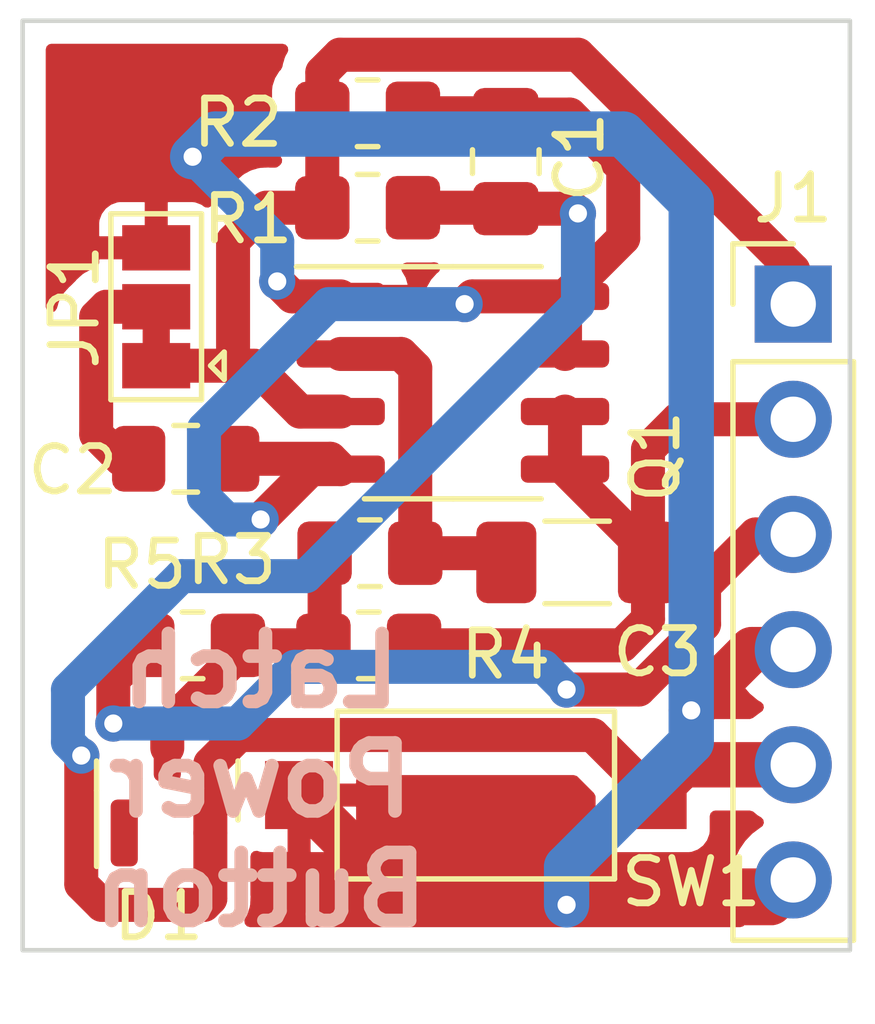
<source format=kicad_pcb>
(kicad_pcb (version 20211014) (generator pcbnew)
  (layers (0 "F.Cu" signal) (31 "B.Cu" signal) (34 "B.Paste" user) (35 "F.Paste" user) (36 "B.SilkS" user "B.Silkscreen") (37 "F.SilkS" user "F.Silkscreen") (38 "B.Mask" user) (39 "F.Mask" user) (44 "Edge.Cuts" user))
  (net 0 "")
  (net 1 "/Button")
  (net 2 "Net-(C1-Pad2)")
  (net 3 "Net-(C3-Pad1)")
  (net 4 "Out")
  (net 5 "GND")
  (net 6 "Vin")
  (net 7 "/Input")
  (net 9 "Net-(C2-Pad1)")
  (net 10 "Net-(D1-Pad3)")
  (footprint "Button_Switch_SMD:SW_SPST_CK_RS282G05A3" (layer "F.Cu") (at 174.498 116.078)
    (fp_text reference "SW1" (at 4.752 1.922 180) (layer "F.SilkS"))
    (fp_text value "SW_SPST")
    (fp_line (start 3.06 1.85) (end -3.06 1.85) (layer "F.SilkS") (width 0.12))
    (fp_line (start -3.06 1.85) (end -3.06 -1.85) (layer "F.SilkS") (width 0.12))
    (fp_line (start 3.06 -1.85) (end 3.06 1.85) (layer "F.SilkS") (width 0.12))
    (fp_line (start -3.06 -1.85) (end 3.06 -1.85) (layer "F.SilkS") (width 0.12))
    (pad "1" smd rect locked (at -3.9 0) (size 1.5 1.5) (layers "F.Cu" "F.Paste" "F.Mask") (net 5 "GND"))
    (pad "2" smd rect locked (at 3.9 0) (size 1.5 1.5) (layers "F.Cu" "F.Paste" "F.Mask") (net 1 "/Button"))
  )
  (footprint "Capacitor_SMD:C_0805_2012Metric_Pad1.18x1.45mm_HandSolder" (layer "F.Cu") (at 175.1584 102.108 90)
    (fp_text reference "C1" (at 0.1016 1.6256 90) (layer "F.SilkS"))
    (fp_text value "0.1uF")
    (fp_line (start -0.261252 -0.735) (end 0.261252 -0.735) (layer "F.SilkS") (width 0.12))
    (fp_line (start -0.261252 0.735) (end 0.261252 0.735) (layer "F.SilkS") (width 0.12))
    (pad "1" smd roundrect locked (at -1.0375 0 90) (size 1.175 1.45) (layers "F.Cu" "F.Paste" "F.Mask") (roundrect_rratio 0.212766) (net 1 "/Button"))
    (pad "2" smd roundrect locked (at 1.0375 0 90) (size 1.175 1.45) (layers "F.Cu" "F.Paste" "F.Mask") (roundrect_rratio 0.212766) (net 2 "Net-(C1-Pad2)"))
  )
  (footprint "Resistor_SMD:R_0805_2012Metric_Pad1.20x1.40mm_HandSolder" (layer "F.Cu") (at 172.1358 112.776)
    (fp_text reference "R4" (at 3.0226 0.2032) (layer "F.SilkS"))
    (fp_text value "100k")
    (fp_line (start -0.227064 0.735) (end 0.227064 0.735) (layer "F.SilkS") (width 0.12))
    (fp_line (start -0.227064 -0.735) (end 0.227064 -0.735) (layer "F.SilkS") (width 0.12))
    (pad "1" smd roundrect locked (at -1 0) (size 1.2 1.4) (layers "F.Cu" "F.Paste" "F.Mask") (roundrect_rratio 0.208333) (net 10 "Net-(D1-Pad3)"))
    (pad "2" smd roundrect locked (at 1 0) (size 1.2 1.4) (layers "F.Cu" "F.Paste" "F.Mask") (roundrect_rratio 0.208333) (net 4 "Out"))
  )
  (footprint "Resistor_SMD:R_0805_2012Metric_Pad1.20x1.40mm_HandSolder" (layer "F.Cu") (at 168.2496 112.776)
    (fp_text reference "R5" (at -1.1176 -1.778) (layer "F.SilkS"))
    (fp_text value "1k")
    (fp_line (start -0.227064 0.735) (end 0.227064 0.735) (layer "F.SilkS") (width 0.12))
    (fp_line (start -0.227064 -0.735) (end 0.227064 -0.735) (layer "F.SilkS") (width 0.12))
    (pad "1" smd roundrect locked (at -1 0) (size 1.2 1.4) (layers "F.Cu" "F.Paste" "F.Mask") (roundrect_rratio 0.208333) (net 7 "/Input"))
    (pad "2" smd roundrect locked (at 1 0) (size 1.2 1.4) (layers "F.Cu" "F.Paste" "F.Mask") (roundrect_rratio 0.208333) (net 10 "Net-(D1-Pad3)"))
  )
  (footprint "Resistor_SMD:R_0805_2012Metric_Pad1.20x1.40mm_HandSolder" (layer "F.Cu") (at 172.1104 103.124 180)
    (fp_text reference "R1" (at 2.6416 -0.254) (layer "F.SilkS"))
    (fp_text value "10k")
    (fp_line (start -0.227064 0.735) (end 0.227064 0.735) (layer "F.SilkS") (width 0.12))
    (fp_line (start -0.227064 -0.735) (end 0.227064 -0.735) (layer "F.SilkS") (width 0.12))
    (pad "1" smd roundrect locked (at -1 0 180) (size 1.2 1.4) (layers "F.Cu" "F.Paste" "F.Mask") (roundrect_rratio 0.208333) (net 1 "/Button"))
    (pad "2" smd roundrect locked (at 1 0 180) (size 1.2 1.4) (layers "F.Cu" "F.Paste" "F.Mask") (roundrect_rratio 0.208333) (net 6 "Vin"))
  )
  (footprint "Package_SO:SOIC-8_3.9x4.9mm_P1.27mm" (layer "F.Cu") (at 173.99 106.9848)
    (fp_text reference "Q1" (at 4.4704 1.6256 90) (layer "F.SilkS"))
    (fp_text value "AO4614B")
    (fp_line (start 0 -2.56) (end 1.95 -2.56) (layer "F.SilkS") (width 0.12))
    (fp_line (start 0 -2.56) (end -3.45 -2.56) (layer "F.SilkS") (width 0.12))
    (fp_line (start 0 2.56) (end 1.95 2.56) (layer "F.SilkS") (width 0.12))
    (fp_line (start 0 2.56) (end -1.95 2.56) (layer "F.SilkS") (width 0.12))
    (pad "1" smd roundrect locked (at -2.475 -1.905) (size 1.95 0.6) (layers "F.Cu" "F.Paste" "F.Mask") (net 5 "GND"))
    (pad "2" smd roundrect locked (at -2.475 -0.635) (size 1.95 0.6) (layers "F.Cu" "F.Paste" "F.Mask") (net 3 "Net-(C3-Pad1)"))
    (pad "3" smd roundrect locked (at -2.475 0.635) (size 1.95 0.6) (layers "F.Cu" "F.Paste" "F.Mask") (net 6 "Vin"))
    (pad "4" smd roundrect locked (at -2.475 1.905) (size 1.95 0.6) (layers "F.Cu" "F.Paste" "F.Mask") (net 2 "Net-(C1-Pad2)"))
    (pad "5" smd roundrect locked (at 2.475 1.905) (size 1.95 0.6) (layers "F.Cu" "F.Paste" "F.Mask") (net 4 "Out"))
    (pad "6" smd roundrect locked (at 2.475 0.635) (size 1.95 0.6) (layers "F.Cu" "F.Paste" "F.Mask") (net 4 "Out"))
    (pad "7" smd roundrect locked (at 2.475 -0.635) (size 1.95 0.6) (layers "F.Cu" "F.Paste" "F.Mask") (net 2 "Net-(C1-Pad2)"))
    (pad "8" smd roundrect locked (at 2.475 -1.905) (size 1.95 0.6) (layers "F.Cu" "F.Paste" "F.Mask") (net 2 "Net-(C1-Pad2)"))
  )
  (footprint "Capacitor_SMD:C_0805_2012Metric_Pad1.18x1.45mm_HandSolder" (layer "F.Cu") (at 168.0972 108.6612)
    (fp_text reference "C2" (at -2.4892 0.254) (layer "F.SilkS"))
    (fp_text value "0.1uF")
    (fp_line (start -0.261252 -0.735) (end 0.261252 -0.735) (layer "F.SilkS") (width 0.12))
    (fp_line (start -0.261252 0.735) (end 0.261252 0.735) (layer "F.SilkS") (width 0.12))
    (pad "1" smd roundrect locked (at -1.0375 0) (size 1.175 1.45) (layers "F.Cu" "F.Paste" "F.Mask") (roundrect_rratio 0.212766) (net 9 "Net-(C2-Pad1)"))
    (pad "2" smd roundrect locked (at 1.0375 0) (size 1.175 1.45) (layers "F.Cu" "F.Paste" "F.Mask") (roundrect_rratio 0.212766) (net 2 "Net-(C1-Pad2)"))
  )
  (footprint "Resistor_SMD:R_0805_2012Metric_Pad1.20x1.40mm_HandSolder" (layer "F.Cu") (at 172.1104 101.0412 180)
    (fp_text reference "R2" (at 2.8604 -0.2088) (layer "F.SilkS"))
    (fp_text value "100k")
    (fp_line (start -0.227064 0.735) (end 0.227064 0.735) (layer "F.SilkS") (width 0.12))
    (fp_line (start -0.227064 -0.735) (end 0.227064 -0.735) (layer "F.SilkS") (width 0.12))
    (pad "1" smd roundrect locked (at -1 0 180) (size 1.2 1.4) (layers "F.Cu" "F.Paste" "F.Mask") (roundrect_rratio 0.208333) (net 2 "Net-(C1-Pad2)"))
    (pad "2" smd roundrect locked (at 1 0 180) (size 1.2 1.4) (layers "F.Cu" "F.Paste" "F.Mask") (roundrect_rratio 0.208333) (net 6 "Vin"))
  )
  (footprint "Resistor_SMD:R_0805_2012Metric_Pad1.20x1.40mm_HandSolder" (layer "F.Cu") (at 172.1612 110.744)
    (fp_text reference "R3" (at -3.048 0.1524) (layer "F.SilkS"))
    (fp_text value "300k")
    (fp_line (start -0.227064 -0.735) (end 0.227064 -0.735) (layer "F.SilkS") (width 0.12))
    (fp_line (start -0.227064 0.735) (end 0.227064 0.735) (layer "F.SilkS") (width 0.12))
    (pad "1" smd roundrect locked (at -1 0) (size 1.2 1.4) (layers "F.Cu" "F.Paste" "F.Mask") (roundrect_rratio 0.208333) (net 10 "Net-(D1-Pad3)"))
    (pad "2" smd roundrect locked (at 1 0) (size 1.2 1.4) (layers "F.Cu" "F.Paste" "F.Mask") (roundrect_rratio 0.208333) (net 3 "Net-(C3-Pad1)"))
  )
  (footprint "Capacitor_SMD:C_1206_3216Metric_Pad1.33x1.80mm_HandSolder" (layer "F.Cu") (at 176.7332 110.9472)
    (fp_text reference "C3" (at 1.778 1.9812) (layer "F.SilkS"))
    (fp_text value "10uF")
    (fp_line (start -0.711252 0.91) (end 0.711252 0.91) (layer "F.SilkS") (width 0.12))
    (fp_line (start -0.711252 -0.91) (end 0.711252 -0.91) (layer "F.SilkS") (width 0.12))
    (pad "1" smd roundrect locked (at -1.5625 0) (size 1.325 1.8) (layers "F.Cu" "F.Paste" "F.Mask") (roundrect_rratio 0.188679) (net 3 "Net-(C3-Pad1)"))
    (pad "2" smd roundrect locked (at 1.5625 0) (size 1.325 1.8) (layers "F.Cu" "F.Paste" "F.Mask") (roundrect_rratio 0.188679) (net 4 "Out"))
  )
  (footprint "Package_TO_SOT_SMD:SOT-23" (layer "F.Cu") (at 167.6908 115.9764 90)
    (fp_text reference "D1" (at -2.7736 -0.1908 180) (layer "F.SilkS"))
    (fp_text value "BAV99")
    (fp_line (start 0 1.56) (end -0.65 1.56) (layer "F.SilkS") (width 0.12))
    (fp_line (start 0 1.56) (end 0.65 1.56) (layer "F.SilkS") (width 0.12))
    (fp_line (start 0 -1.56) (end 0.65 -1.56) (layer "F.SilkS") (width 0.12))
    (fp_line (start 0 -1.56) (end -1.675 -1.56) (layer "F.SilkS") (width 0.12))
    (pad "1" smd roundrect locked (at -0.9375 -0.95 90) (size 1.475 0.6) (layers "F.Cu" "F.Paste" "F.Mask"))
    (pad "2" smd roundrect locked (at -0.9375 0.95 90) (size 1.475 0.6) (layers "F.Cu" "F.Paste" "F.Mask") (net 1 "/Button"))
    (pad "3" smd roundrect locked (at 0.9375 0 90) (size 1.475 0.6) (layers "F.Cu" "F.Paste" "F.Mask") (net 10 "Net-(D1-Pad3)"))
  )
  (footprint "Connector_PinHeader_2.54mm:PinHeader_1x06_P2.54mm_Vertical" (layer "F.Cu") (at 181.5 105.25)
    (fp_text reference "J1" (at 0 -2.33) (layer "F.SilkS"))
    (fp_text value "Pin")
    (fp_line (start 1.33 1.27) (end 1.33 14.03) (layer "F.SilkS") (width 0.12))
    (fp_line (start -1.33 1.27) (end -1.33 14.03) (layer "F.SilkS") (width 0.12))
    (fp_line (start -1.33 0) (end -1.33 -1.33) (layer "F.SilkS") (width 0.12))
    (fp_line (start -1.33 14.03) (end 1.33 14.03) (layer "F.SilkS") (width 0.12))
    (fp_line (start -1.33 1.27) (end 1.33 1.27) (layer "F.SilkS") (width 0.12))
    (fp_line (start -1.33 -1.33) (end 0 -1.33) (layer "F.SilkS") (width 0.12))
    (pad "1" thru_hole rect locked (at 0 0) (size 1.7 1.7) (drill 1) (layers *.Cu *.Mask) (net 6 "Vin"))
    (pad "2" thru_hole oval locked (at 0 2.54) (size 1.7 1.7) (drill 1) (layers *.Cu *.Mask) (net 4 "Out"))
    (pad "3" thru_hole oval locked (at 0 5.08) (size 1.7 1.7) (drill 1) (layers *.Cu *.Mask) (net 7 "/Input"))
    (pad "4" thru_hole oval locked (at 0 7.62) (size 1.7 1.7) (drill 1) (layers *.Cu *.Mask) (net 5 "GND"))
    (pad "5" thru_hole oval locked (at 0 10.16) (size 1.7 1.7) (drill 1) (layers *.Cu *.Mask) (net 1 "/Button"))
    (pad "6" thru_hole oval locked (at 0 12.7) (size 1.7 1.7) (drill 1) (layers *.Cu *.Mask) (net 5 "GND"))
  )
  (footprint "Jumper:SolderJumper-3_P1.3mm_Bridged12_Pad1.0x1.5mm" (layer "F.Cu") (at 167.4467 105.3084 90)
    (fp_text reference "JP1" (at 0 -1.8 90) (layer "F.SilkS"))
    (fp_text value "SelectorAuto")
    (fp_poly (pts (xy -0.9 -0.3) (xy -0.4 -0.3) (xy -0.4 0.3) (xy -0.9 0.3)) (layer "F.Cu") (width 0) (fill solid))
    (fp_line (start -2.05 1) (end -2.05 -1) (layer "F.SilkS") (width 0.12))
    (fp_line (start -1.3 1.2) (end -1.6 1.5) (layer "F.SilkS") (width 0.12))
    (fp_line (start -1.6 1.5) (end -1 1.5) (layer "F.SilkS") (width 0.12))
    (fp_line (start 2.05 1) (end -2.05 1) (layer "F.SilkS") (width 0.12))
    (fp_line (start 2.05 -1) (end 2.05 1) (layer "F.SilkS") (width 0.12))
    (fp_line (start -2.05 -1) (end 2.05 -1) (layer "F.SilkS") (width 0.12))
    (fp_line (start -1.3 1.2) (end -1 1.5) (layer "F.SilkS") (width 0.12))
    (pad "1" smd rect locked (at -1.3 0 90) (size 1 1.5) (layers "F.Cu" "F.Mask") (net 6 "Vin"))
    (pad "2" smd rect locked (at 0 0 90) (size 1 1.5) (layers "F.Cu" "F.Mask") (net 9 "Net-(C2-Pad1)"))
    (pad "3" smd rect locked (at 1.3 0 90) (size 1 1.5) (layers "F.Cu" "F.Mask") (net 5 "GND"))
  )
  (gr_rect (start 164.5 99) (end 182.75 119.5) (layer "Edge.Cuts") (width 0.1) (fill none))
  (gr_text "Latch\nPower\nButton\n" (at 169.75 115.75) (layer "B.SilkS") (effects (font (size 1.5 1.5) (thickness 0.3)) (justify mirror)))
  (segment (start 165.793245 115.206755) (end 165.793245 118.043245) (width 0.75) (layer "F.Cu") (net 1))
  (segment (start 168.6408 118.3592) (end 168.6408 116.9139) (width 0.75) (layer "F.Cu") (net 1))
  (segment (start 166.25 118.5) (end 168.5 118.5) (width 0.75) (layer "F.Cu") (net 1))
  (segment (start 173.1104 103.124) (end 175.1369 103.124) (width 0.75) (layer "F.Cu") (net 1))
  (segment (start 179.066 115.41) (end 178.398 116.078) (width 1) (layer "F.Cu") (net 1))
  (segment (start 165.793245 118.043245) (end 166.25 118.5) (width 0.75) (layer "F.Cu") (net 1))
  (segment (start 175.1369 103.124) (end 175.1584 103.1455) (width 0.75) (layer "F.Cu") (net 1))
  (segment (start 168.5 118.5) (end 168.6408 118.3592) (width 0.75) (layer "F.Cu") (net 1))
  (segment (start 168.6408 116.9139) (end 168.6408 115.386178) (width 0.75) (layer "F.Cu") (net 1))
  (segment (start 176.6455 103.1455) (end 176.75 103.25) (width 0.75) (layer "F.Cu") (net 1))
  (segment (start 181.5 115.41) (end 179.066 115.41) (width 1) (layer "F.Cu") (net 1))
  (segment (start 177.073489 114.753489) (end 178.398 116.078) (width 0.75) (layer "F.Cu") (net 1))
  (segment (start 168.6408 115.386178) (end 169.273489 114.753489) (width 0.75) (layer "F.Cu") (net 1))
  (segment (start 169.273489 114.753489) (end 177.073489 114.753489) (width 0.75) (layer "F.Cu") (net 1))
  (segment (start 175.1584 103.1455) (end 176.6455 103.1455) (width 0.75) (layer "F.Cu") (net 1))
  (via (at 165.793245 115.206755) (size 0.8) (drill 0.4) (layers "F.Cu" "B.Cu") (net 1))
  (via (at 176.75 103.25) (size 0.8) (drill 0.4) (layers "F.Cu" "B.Cu") (net 1))
  (segment (start 170.75 111.25) (end 176.75 105.25) (width 0.75) (layer "B.Cu") (net 1))
  (segment (start 165.793245 115.206755) (end 165.5 114.91351) (width 0.75) (layer "B.Cu") (net 1))
  (segment (start 176.75 105.25) (end 176.75 103.25) (width 0.75) (layer "B.Cu") (net 1))
  (segment (start 165.5 114.91351) (end 165.5 113.75) (width 0.75) (layer "B.Cu") (net 1))
  (segment (start 168 111.25) (end 170.75 111.25) (width 0.75) (layer "B.Cu") (net 1))
  (segment (start 165.5 113.75) (end 168 111.25) (width 0.75) (layer "B.Cu") (net 1))
  (segment (start 169.75 110) (end 170.8602 108.8898) (width 0.75) (layer "F.Cu") (net 2))
  (segment (start 177.75 103.7948) (end 176.465 105.0798) (width 0.75) (layer "F.Cu") (net 2))
  (segment (start 176.465 105.0798) (end 176.465 106.3498) (width 0.75) (layer "F.Cu") (net 2))
  (segment (start 175.1584 101.0705) (end 176.5705 101.0705) (width 0.75) (layer "F.Cu") (net 2))
  (segment (start 174.4202 105.0798) (end 174.25 105.25) (width 0.75) (layer "F.Cu") (net 2))
  (segment (start 173.1104 101.0412) (end 175.1291 101.0412) (width 0.75) (layer "F.Cu") (net 2))
  (segment (start 177.75 102.25) (end 177.75 103.7948) (width 0.75) (layer "F.Cu") (net 2))
  (segment (start 170.8602 108.8898) (end 171.515 108.8898) (width 0.75) (layer "F.Cu") (net 2))
  (segment (start 171.2864 108.6612) (end 171.515 108.8898) (width 0.75) (layer "F.Cu") (net 2))
  (segment (start 176.465 105.0798) (end 174.4202 105.0798) (width 0.75) (layer "F.Cu") (net 2))
  (segment (start 175.1291 101.0412) (end 175.1584 101.0705) (width 0.75) (layer "F.Cu") (net 2))
  (segment (start 176.5705 101.0705) (end 177.75 102.25) (width 0.75) (layer "F.Cu") (net 2))
  (segment (start 169.1347 108.6612) (end 171.2864 108.6612) (width 0.75) (layer "F.Cu") (net 2))
  (via (at 169.75 110) (size 0.8) (drill 0.4) (layers "F.Cu" "B.Cu") (net 2))
  (via (at 174.25 105.25) (size 0.8) (drill 0.4) (layers "F.Cu" "B.Cu") (net 2))
  (segment (start 169.25 107.25) (end 168.5 108) (width 0.75) (layer "B.Cu") (net 2))
  (segment (start 174.25 105.25) (end 171.25 105.25) (width 0.75) (layer "B.Cu") (net 2))
  (segment (start 168.5 109.5) (end 169 110) (width 0.75) (layer "B.Cu") (net 2))
  (segment (start 169 110) (end 169.75 110) (width 0.75) (layer "B.Cu") (net 2))
  (segment (start 168.5 108) (end 168.5 109.5) (width 0.75) (layer "B.Cu") (net 2))
  (segment (start 171.25 105.25) (end 169.25 107.25) (width 0.75) (layer "B.Cu") (net 2))
  (segment (start 173.1612 110.744) (end 174.9675 110.744) (width 0.75) (layer "F.Cu") (net 3))
  (segment (start 171.515 106.3498) (end 172.8498 106.3498) (width 0.75) (layer "F.Cu") (net 3))
  (segment (start 174.9675 110.744) (end 175.1707 110.9472) (width 0.75) (layer "F.Cu") (net 3))
  (segment (start 173.1612 106.6612) (end 173.1612 110.744) (width 0.75) (layer "F.Cu") (net 3))
  (segment (start 172.8498 106.3498) (end 173.1612 106.6612) (width 0.75) (layer "F.Cu") (net 3))
  (segment (start 178.96 107.79) (end 181.5 107.79) (width 0.75) (layer "F.Cu") (net 4))
  (segment (start 178.2957 110.9472) (end 178.2957 110.7205) (width 0.75) (layer "F.Cu") (net 4))
  (segment (start 178.2957 110.7205) (end 176.465 108.8898) (width 0.75) (layer "F.Cu") (net 4))
  (segment (start 173.1358 112.776) (end 177.724 112.776) (width 0.75) (layer "F.Cu") (net 4))
  (segment (start 178.2957 110.9472) (end 178.2957 108.4543) (width 0.75) (layer "F.Cu") (net 4))
  (segment (start 176.465 107.6198) (end 176.465 108.8898) (width 0.75) (layer "F.Cu") (net 4))
  (segment (start 178.2957 108.4543) (end 178.96 107.79) (width 0.75) (layer "F.Cu") (net 4))
  (segment (start 178.2957 112.2043) (end 178.2957 110.9472) (width 0.75) (layer "F.Cu") (net 4))
  (segment (start 177.724 112.776) (end 178.2957 112.2043) (width 0.75) (layer "F.Cu") (net 4))
  (segment (start 170.4459 105.0798) (end 170.1161 104.75) (width 0.75) (layer "F.Cu") (net 5))
  (segment (start 181 118.45) (end 172.97 118.45) (width 1) (layer "F.Cu") (net 5))
  (segment (start 171.515 105.0798) (end 170.4459 105.0798) (width 0.75) (layer "F.Cu") (net 5))
  (segment (start 181.5 117.95) (end 181 118.45) (width 1) (layer "F.Cu") (net 5))
  (segment (start 172.97 118.45) (end 170.598 116.078) (width 1) (layer "F.Cu") (net 5))
  (segment (start 180.59048 112.87) (end 179.25 114.21048) (width 1) (layer "F.Cu") (net 5))
  (segment (start 181.5 112.87) (end 180.59048 112.87) (width 1) (layer "F.Cu") (net 5))
  (via (at 170.1161 104.75) (size 0.8) (drill 0.4) (layers "F.Cu" "B.Cu") (net 5))
  (via (at 168.25 102) (size 0.8) (drill 0.4) (layers "F.Cu" "B.Cu") (net 5))
  (via (at 179.25 114.21048) (size 0.8) (drill 0.4) (layers "F.Cu" "B.Cu") (net 5))
  (via (at 176.5 118.5) (size 0.8) (drill 0.4) (layers "F.Cu" "B.Cu") (net 5))
  (segment (start 168.75 101.5) (end 168.25 102) (width 1) (layer "B.Cu") (net 5))
  (segment (start 179.25 114.913512) (end 179.25 103) (width 1) (layer "B.Cu") (net 5))
  (segment (start 170.1161 103.8661) (end 168.25 102) (width 0.75) (layer "B.Cu") (net 5))
  (segment (start 179.25 103) (end 177.75 101.5) (width 1) (layer "B.Cu") (net 5))
  (segment (start 176.5 117.663512) (end 179.25 114.913512) (width 1) (layer "B.Cu") (net 5))
  (segment (start 176.5 118.5) (end 176.5 117.663512) (width 1) (layer "B.Cu") (net 5))
  (segment (start 170.1161 104.75) (end 170.1161 103.8661) (width 0.75) (layer "B.Cu") (net 5))
  (segment (start 177.75 101.5) (end 168.75 101.5) (width 1) (layer "B.Cu") (net 5))
  (segment (start 176.75 99.75) (end 171.5 99.75) (width 0.75) (layer "F.Cu") (net 6))
  (segment (start 171.1104 100.1396) (end 171.1104 101.0412) (width 0.75) (layer "F.Cu") (net 6))
  (segment (start 181.5 105.25) (end 181.5 104.5) (width 0.75) (layer "F.Cu") (net 6))
  (segment (start 181.5 104.5) (end 176.75 99.75) (width 0.75) (layer "F.Cu") (net 6))
  (segment (start 171.1104 101.0412) (end 171.1104 103.124) (width 0.75) (layer "F.Cu") (net 6))
  (segment (start 170.6198 107.6198) (end 171.515 107.6198) (width 0.75) (layer "F.Cu") (net 6))
  (segment (start 169.1416 103.8584) (end 169.1416 106.6084) (width 0.75) (layer "F.Cu") (net 6))
  (segment (start 169.876 103.124) (end 169.1416 103.8584) (width 0.75) (layer "F.Cu") (net 6))
  (segment (start 169.1416 106.6084) (end 169.6084 106.6084) (width 0.75) (layer "F.Cu") (net 6))
  (segment (start 169.6084 106.6084) (end 170.6198 107.6198) (width 0.75) (layer "F.Cu") (net 6))
  (segment (start 167.4467 106.6084) (end 169.1416 106.6084) (width 0.75) (layer "F.Cu") (net 6))
  (segment (start 171.5 99.75) (end 171.1104 100.1396) (width 0.75) (layer "F.Cu") (net 6))
  (segment (start 171.1104 103.124) (end 169.876 103.124) (width 0.75) (layer "F.Cu") (net 6))
  (segment (start 180.67 110.33) (end 181.5 110.33) (width 0.75) (layer "F.Cu") (net 7))
  (segment (start 176.5 113.7505) (end 178.092324 113.7505) (width 0.75) (layer "F.Cu") (net 7))
  (segment (start 179.53272 112.310104) (end 179.53272 111.46728) (width 0.75) (layer "F.Cu") (net 7))
  (segment (start 179.53272 111.46728) (end 180.67 110.33) (width 0.75) (layer "F.Cu") (net 7))
  (segment (start 178.092324 113.7505) (end 179.53272 112.310104) (width 0.75) (layer "F.Cu") (net 7))
  (segment (start 166.5 113.5256) (end 167.2496 112.776) (width 0.75) (layer "F.Cu") (net 7))
  (segment (start 166.5 114.5) (end 166.5 113.5256) (width 0.75) (layer "F.Cu") (net 7))
  (via (at 166.5 114.5) (size 0.8) (drill 0.4) (layers "F.Cu" "B.Cu") (net 7))
  (via (at 176.5 113.7505) (size 0.8) (drill 0.4) (layers "F.Cu" "B.Cu") (net 7))
  (segment (start 170.5 113.25) (end 169.25 114.5) (width 0.75) (layer "B.Cu") (net 7))
  (segment (start 175.9995 113.25) (end 170.5 113.25) (width 0.75) (layer "B.Cu") (net 7))
  (segment (start 176.5 113.7505) (end 175.9995 113.25) (width 0.75) (layer "B.Cu") (net 7))
  (segment (start 169.25 114.5) (end 166.5 114.5) (width 0.75) (layer "B.Cu") (net 7))
  (segment (start 166.122189 108.122189) (end 166.6612 108.6612) (width 0.75) (layer "F.Cu") (net 9))
  (segment (start 167.4467 105.3084) (end 166.347678 105.3084) (width 0.75) (layer "F.Cu") (net 9))
  (segment (start 166.347678 105.3084) (end 166.122189 105.533889) (width 0.75) (layer "F.Cu") (net 9))
  (segment (start 166.6612 108.6612) (end 167.0597 108.6612) (width 0.75) (layer "F.Cu") (net 9))
  (segment (start 166.122189 105.533889) (end 166.122189 108.122189) (width 0.75) (layer "F.Cu") (net 9))
  (segment (start 167.6908 115.0389) (end 167.6908 114.5592) (width 0.75) (layer "F.Cu") (net 10))
  (segment (start 171.1612 110.744) (end 171.1612 112.7506) (width 0.75) (layer "F.Cu") (net 10))
  (segment (start 167.6908 114.5592) (end 169.2496 113.0004) (width 0.75) (layer "F.Cu") (net 10))
  (segment (start 171.1612 112.7506) (end 171.1358 112.776) (width 0.75) (layer "F.Cu") (net 10))
  (segment (start 169.2496 113.0004) (end 169.2496 112.776) (width 0.75) (layer "F.Cu") (net 10))
  (segment (start 169.2496 112.776) (end 171.1358 112.776) (width 0.75) (layer "F.Cu") (net 10))
  (zone (net 5) (net_name "GND") (layer "F.Cu") (connect_pads (clearance 0.508)) (min_thickness 0.254) (fill yes (thermal_gap 0.508) (thermal_bridge_width 0.508))
    (polygon (pts (xy 183 119.5) (xy 164 119.5) (xy 164 98.75) (xy 183 98.75)))
  )
)
</source>
